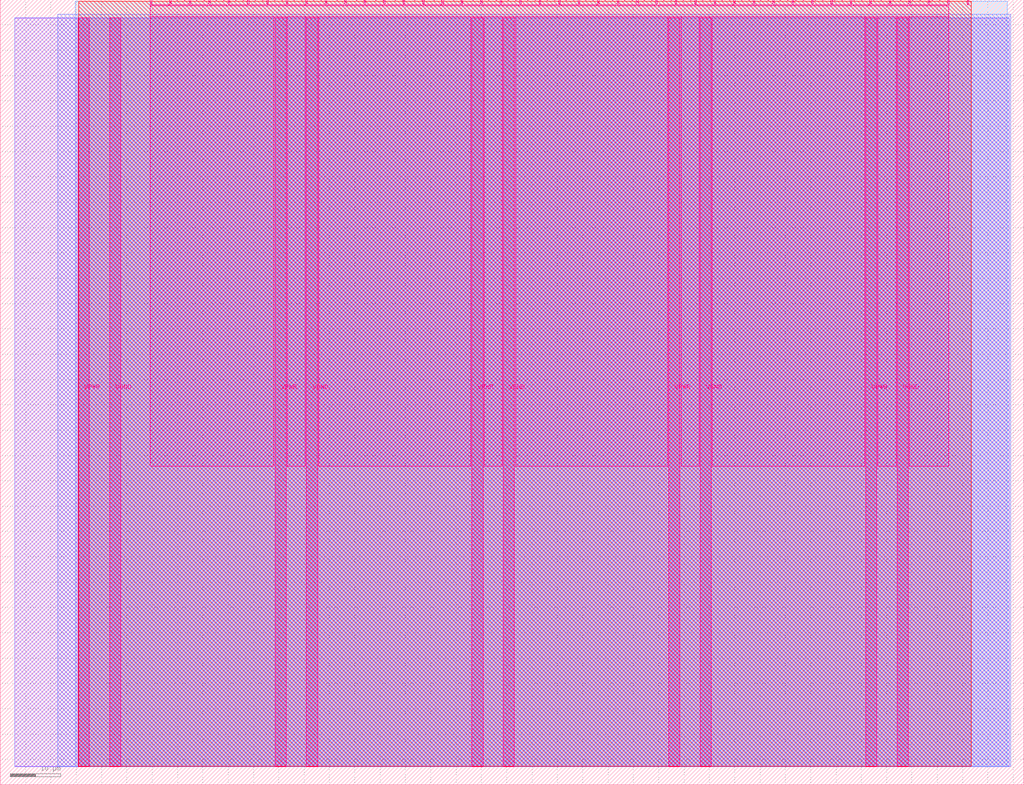
<source format=lef>
VERSION 5.7 ;
  NOWIREEXTENSIONATPIN ON ;
  DIVIDERCHAR "/" ;
  BUSBITCHARS "[]" ;
MACRO tt_um_spacewar
  CLASS BLOCK ;
  FOREIGN tt_um_spacewar ;
  ORIGIN 0.000 0.000 ;
  SIZE 202.080 BY 154.980 ;
  PIN VGND
    DIRECTION INOUT ;
    USE GROUND ;
    PORT
      LAYER Metal5 ;
        RECT 21.580 3.560 23.780 151.420 ;
    END
    PORT
      LAYER Metal5 ;
        RECT 60.450 3.560 62.650 151.420 ;
    END
    PORT
      LAYER Metal5 ;
        RECT 99.320 3.560 101.520 151.420 ;
    END
    PORT
      LAYER Metal5 ;
        RECT 138.190 3.560 140.390 151.420 ;
    END
    PORT
      LAYER Metal5 ;
        RECT 177.060 3.560 179.260 151.420 ;
    END
  END VGND
  PIN VPWR
    DIRECTION INOUT ;
    USE POWER ;
    PORT
      LAYER Metal5 ;
        RECT 15.380 3.560 17.580 151.420 ;
    END
    PORT
      LAYER Metal5 ;
        RECT 54.250 3.560 56.450 151.420 ;
    END
    PORT
      LAYER Metal5 ;
        RECT 93.120 3.560 95.320 151.420 ;
    END
    PORT
      LAYER Metal5 ;
        RECT 131.990 3.560 134.190 151.420 ;
    END
    PORT
      LAYER Metal5 ;
        RECT 170.860 3.560 173.060 151.420 ;
    END
  END VPWR
  PIN clk
    DIRECTION INPUT ;
    USE SIGNAL ;
    ANTENNAGATEAREA 0.213200 ;
    PORT
      LAYER Metal5 ;
        RECT 187.050 153.980 187.350 154.980 ;
    END
  END clk
  PIN ena
    DIRECTION INPUT ;
    USE SIGNAL ;
    PORT
      LAYER Metal5 ;
        RECT 190.890 153.980 191.190 154.980 ;
    END
  END ena
  PIN rst_n
    DIRECTION INPUT ;
    USE SIGNAL ;
    ANTENNAGATEAREA 0.213200 ;
    PORT
      LAYER Metal5 ;
        RECT 183.210 153.980 183.510 154.980 ;
    END
  END rst_n
  PIN ui_in[0]
    DIRECTION INPUT ;
    USE SIGNAL ;
    PORT
      LAYER Metal5 ;
        RECT 179.370 153.980 179.670 154.980 ;
    END
  END ui_in[0]
  PIN ui_in[1]
    DIRECTION INPUT ;
    USE SIGNAL ;
    PORT
      LAYER Metal5 ;
        RECT 175.530 153.980 175.830 154.980 ;
    END
  END ui_in[1]
  PIN ui_in[2]
    DIRECTION INPUT ;
    USE SIGNAL ;
    PORT
      LAYER Metal5 ;
        RECT 171.690 153.980 171.990 154.980 ;
    END
  END ui_in[2]
  PIN ui_in[3]
    DIRECTION INPUT ;
    USE SIGNAL ;
    PORT
      LAYER Metal5 ;
        RECT 167.850 153.980 168.150 154.980 ;
    END
  END ui_in[3]
  PIN ui_in[4]
    DIRECTION INPUT ;
    USE SIGNAL ;
    ANTENNAGATEAREA 0.180700 ;
    PORT
      LAYER Metal5 ;
        RECT 164.010 153.980 164.310 154.980 ;
    END
  END ui_in[4]
  PIN ui_in[5]
    DIRECTION INPUT ;
    USE SIGNAL ;
    ANTENNAGATEAREA 0.180700 ;
    PORT
      LAYER Metal5 ;
        RECT 160.170 153.980 160.470 154.980 ;
    END
  END ui_in[5]
  PIN ui_in[6]
    DIRECTION INPUT ;
    USE SIGNAL ;
    ANTENNAGATEAREA 0.180700 ;
    PORT
      LAYER Metal5 ;
        RECT 156.330 153.980 156.630 154.980 ;
    END
  END ui_in[6]
  PIN ui_in[7]
    DIRECTION INPUT ;
    USE SIGNAL ;
    PORT
      LAYER Metal5 ;
        RECT 152.490 153.980 152.790 154.980 ;
    END
  END ui_in[7]
  PIN uio_in[0]
    DIRECTION INPUT ;
    USE SIGNAL ;
    PORT
      LAYER Metal5 ;
        RECT 148.650 153.980 148.950 154.980 ;
    END
  END uio_in[0]
  PIN uio_in[1]
    DIRECTION INPUT ;
    USE SIGNAL ;
    PORT
      LAYER Metal5 ;
        RECT 144.810 153.980 145.110 154.980 ;
    END
  END uio_in[1]
  PIN uio_in[2]
    DIRECTION INPUT ;
    USE SIGNAL ;
    PORT
      LAYER Metal5 ;
        RECT 140.970 153.980 141.270 154.980 ;
    END
  END uio_in[2]
  PIN uio_in[3]
    DIRECTION INPUT ;
    USE SIGNAL ;
    PORT
      LAYER Metal5 ;
        RECT 137.130 153.980 137.430 154.980 ;
    END
  END uio_in[3]
  PIN uio_in[4]
    DIRECTION INPUT ;
    USE SIGNAL ;
    PORT
      LAYER Metal5 ;
        RECT 133.290 153.980 133.590 154.980 ;
    END
  END uio_in[4]
  PIN uio_in[5]
    DIRECTION INPUT ;
    USE SIGNAL ;
    PORT
      LAYER Metal5 ;
        RECT 129.450 153.980 129.750 154.980 ;
    END
  END uio_in[5]
  PIN uio_in[6]
    DIRECTION INPUT ;
    USE SIGNAL ;
    PORT
      LAYER Metal5 ;
        RECT 125.610 153.980 125.910 154.980 ;
    END
  END uio_in[6]
  PIN uio_in[7]
    DIRECTION INPUT ;
    USE SIGNAL ;
    PORT
      LAYER Metal5 ;
        RECT 121.770 153.980 122.070 154.980 ;
    END
  END uio_in[7]
  PIN uio_oe[0]
    DIRECTION OUTPUT ;
    USE SIGNAL ;
    ANTENNADIFFAREA 0.299200 ;
    PORT
      LAYER Metal5 ;
        RECT 56.490 153.980 56.790 154.980 ;
    END
  END uio_oe[0]
  PIN uio_oe[1]
    DIRECTION OUTPUT ;
    USE SIGNAL ;
    ANTENNADIFFAREA 0.299200 ;
    PORT
      LAYER Metal5 ;
        RECT 52.650 153.980 52.950 154.980 ;
    END
  END uio_oe[1]
  PIN uio_oe[2]
    DIRECTION OUTPUT ;
    USE SIGNAL ;
    ANTENNADIFFAREA 0.299200 ;
    PORT
      LAYER Metal5 ;
        RECT 48.810 153.980 49.110 154.980 ;
    END
  END uio_oe[2]
  PIN uio_oe[3]
    DIRECTION OUTPUT ;
    USE SIGNAL ;
    ANTENNADIFFAREA 0.299200 ;
    PORT
      LAYER Metal5 ;
        RECT 44.970 153.980 45.270 154.980 ;
    END
  END uio_oe[3]
  PIN uio_oe[4]
    DIRECTION OUTPUT ;
    USE SIGNAL ;
    ANTENNADIFFAREA 0.299200 ;
    PORT
      LAYER Metal5 ;
        RECT 41.130 153.980 41.430 154.980 ;
    END
  END uio_oe[4]
  PIN uio_oe[5]
    DIRECTION OUTPUT ;
    USE SIGNAL ;
    ANTENNADIFFAREA 0.299200 ;
    PORT
      LAYER Metal5 ;
        RECT 37.290 153.980 37.590 154.980 ;
    END
  END uio_oe[5]
  PIN uio_oe[6]
    DIRECTION OUTPUT ;
    USE SIGNAL ;
    ANTENNADIFFAREA 0.299200 ;
    PORT
      LAYER Metal5 ;
        RECT 33.450 153.980 33.750 154.980 ;
    END
  END uio_oe[6]
  PIN uio_oe[7]
    DIRECTION OUTPUT ;
    USE SIGNAL ;
    ANTENNADIFFAREA 0.299200 ;
    PORT
      LAYER Metal5 ;
        RECT 29.610 153.980 29.910 154.980 ;
    END
  END uio_oe[7]
  PIN uio_out[0]
    DIRECTION OUTPUT ;
    USE SIGNAL ;
    ANTENNADIFFAREA 0.299200 ;
    PORT
      LAYER Metal5 ;
        RECT 87.210 153.980 87.510 154.980 ;
    END
  END uio_out[0]
  PIN uio_out[1]
    DIRECTION OUTPUT ;
    USE SIGNAL ;
    ANTENNADIFFAREA 0.299200 ;
    PORT
      LAYER Metal5 ;
        RECT 83.370 153.980 83.670 154.980 ;
    END
  END uio_out[1]
  PIN uio_out[2]
    DIRECTION OUTPUT ;
    USE SIGNAL ;
    ANTENNADIFFAREA 0.299200 ;
    PORT
      LAYER Metal5 ;
        RECT 79.530 153.980 79.830 154.980 ;
    END
  END uio_out[2]
  PIN uio_out[3]
    DIRECTION OUTPUT ;
    USE SIGNAL ;
    ANTENNADIFFAREA 0.299200 ;
    PORT
      LAYER Metal5 ;
        RECT 75.690 153.980 75.990 154.980 ;
    END
  END uio_out[3]
  PIN uio_out[4]
    DIRECTION OUTPUT ;
    USE SIGNAL ;
    ANTENNADIFFAREA 0.299200 ;
    PORT
      LAYER Metal5 ;
        RECT 71.850 153.980 72.150 154.980 ;
    END
  END uio_out[4]
  PIN uio_out[5]
    DIRECTION OUTPUT ;
    USE SIGNAL ;
    ANTENNADIFFAREA 0.299200 ;
    PORT
      LAYER Metal5 ;
        RECT 68.010 153.980 68.310 154.980 ;
    END
  END uio_out[5]
  PIN uio_out[6]
    DIRECTION OUTPUT ;
    USE SIGNAL ;
    ANTENNADIFFAREA 0.299200 ;
    PORT
      LAYER Metal5 ;
        RECT 64.170 153.980 64.470 154.980 ;
    END
  END uio_out[6]
  PIN uio_out[7]
    DIRECTION OUTPUT ;
    USE SIGNAL ;
    ANTENNADIFFAREA 0.299200 ;
    PORT
      LAYER Metal5 ;
        RECT 60.330 153.980 60.630 154.980 ;
    END
  END uio_out[7]
  PIN uo_out[0]
    DIRECTION OUTPUT ;
    USE SIGNAL ;
    ANTENNADIFFAREA 0.654800 ;
    PORT
      LAYER Metal5 ;
        RECT 117.930 153.980 118.230 154.980 ;
    END
  END uo_out[0]
  PIN uo_out[1]
    DIRECTION OUTPUT ;
    USE SIGNAL ;
    ANTENNADIFFAREA 0.654800 ;
    PORT
      LAYER Metal5 ;
        RECT 114.090 153.980 114.390 154.980 ;
    END
  END uo_out[1]
  PIN uo_out[2]
    DIRECTION OUTPUT ;
    USE SIGNAL ;
    ANTENNADIFFAREA 0.654800 ;
    PORT
      LAYER Metal5 ;
        RECT 110.250 153.980 110.550 154.980 ;
    END
  END uo_out[2]
  PIN uo_out[3]
    DIRECTION OUTPUT ;
    USE SIGNAL ;
    ANTENNADIFFAREA 0.654800 ;
    PORT
      LAYER Metal5 ;
        RECT 106.410 153.980 106.710 154.980 ;
    END
  END uo_out[3]
  PIN uo_out[4]
    DIRECTION OUTPUT ;
    USE SIGNAL ;
    ANTENNADIFFAREA 0.654800 ;
    PORT
      LAYER Metal5 ;
        RECT 102.570 153.980 102.870 154.980 ;
    END
  END uo_out[4]
  PIN uo_out[5]
    DIRECTION OUTPUT ;
    USE SIGNAL ;
    ANTENNAGATEAREA 0.180700 ;
    ANTENNADIFFAREA 0.632400 ;
    PORT
      LAYER Metal5 ;
        RECT 98.730 153.980 99.030 154.980 ;
    END
  END uo_out[5]
  PIN uo_out[6]
    DIRECTION OUTPUT ;
    USE SIGNAL ;
    ANTENNAGATEAREA 0.542100 ;
    ANTENNADIFFAREA 0.632400 ;
    PORT
      LAYER Metal5 ;
        RECT 94.890 153.980 95.190 154.980 ;
    END
  END uo_out[6]
  PIN uo_out[7]
    DIRECTION OUTPUT ;
    USE SIGNAL ;
    ANTENNADIFFAREA 0.654800 ;
    PORT
      LAYER Metal5 ;
        RECT 91.050 153.980 91.350 154.980 ;
    END
  END uo_out[7]
  OBS
      LAYER GatPoly ;
        RECT 2.880 3.630 199.200 151.350 ;
      LAYER Metal1 ;
        RECT 2.880 3.560 199.200 151.420 ;
      LAYER Metal2 ;
        RECT 11.375 3.680 199.475 152.140 ;
      LAYER Metal3 ;
        RECT 14.780 3.635 198.820 154.705 ;
      LAYER Metal4 ;
        RECT 15.515 3.680 191.665 154.660 ;
      LAYER Metal5 ;
        RECT 30.120 153.770 33.240 153.980 ;
        RECT 33.960 153.770 37.080 153.980 ;
        RECT 37.800 153.770 40.920 153.980 ;
        RECT 41.640 153.770 44.760 153.980 ;
        RECT 45.480 153.770 48.600 153.980 ;
        RECT 49.320 153.770 52.440 153.980 ;
        RECT 53.160 153.770 56.280 153.980 ;
        RECT 57.000 153.770 60.120 153.980 ;
        RECT 60.840 153.770 63.960 153.980 ;
        RECT 64.680 153.770 67.800 153.980 ;
        RECT 68.520 153.770 71.640 153.980 ;
        RECT 72.360 153.770 75.480 153.980 ;
        RECT 76.200 153.770 79.320 153.980 ;
        RECT 80.040 153.770 83.160 153.980 ;
        RECT 83.880 153.770 87.000 153.980 ;
        RECT 87.720 153.770 90.840 153.980 ;
        RECT 91.560 153.770 94.680 153.980 ;
        RECT 95.400 153.770 98.520 153.980 ;
        RECT 99.240 153.770 102.360 153.980 ;
        RECT 103.080 153.770 106.200 153.980 ;
        RECT 106.920 153.770 110.040 153.980 ;
        RECT 110.760 153.770 113.880 153.980 ;
        RECT 114.600 153.770 117.720 153.980 ;
        RECT 118.440 153.770 121.560 153.980 ;
        RECT 122.280 153.770 125.400 153.980 ;
        RECT 126.120 153.770 129.240 153.980 ;
        RECT 129.960 153.770 133.080 153.980 ;
        RECT 133.800 153.770 136.920 153.980 ;
        RECT 137.640 153.770 140.760 153.980 ;
        RECT 141.480 153.770 144.600 153.980 ;
        RECT 145.320 153.770 148.440 153.980 ;
        RECT 149.160 153.770 152.280 153.980 ;
        RECT 153.000 153.770 156.120 153.980 ;
        RECT 156.840 153.770 159.960 153.980 ;
        RECT 160.680 153.770 163.800 153.980 ;
        RECT 164.520 153.770 167.640 153.980 ;
        RECT 168.360 153.770 171.480 153.980 ;
        RECT 172.200 153.770 175.320 153.980 ;
        RECT 176.040 153.770 179.160 153.980 ;
        RECT 179.880 153.770 183.000 153.980 ;
        RECT 183.720 153.770 186.840 153.980 ;
        RECT 29.660 151.630 187.300 153.770 ;
        RECT 29.660 62.855 54.040 151.630 ;
        RECT 56.660 62.855 60.240 151.630 ;
        RECT 62.860 62.855 92.910 151.630 ;
        RECT 95.530 62.855 99.110 151.630 ;
        RECT 101.730 62.855 131.780 151.630 ;
        RECT 134.400 62.855 137.980 151.630 ;
        RECT 140.600 62.855 170.650 151.630 ;
        RECT 173.270 62.855 176.850 151.630 ;
        RECT 179.470 62.855 187.300 151.630 ;
  END
END tt_um_spacewar
END LIBRARY


</source>
